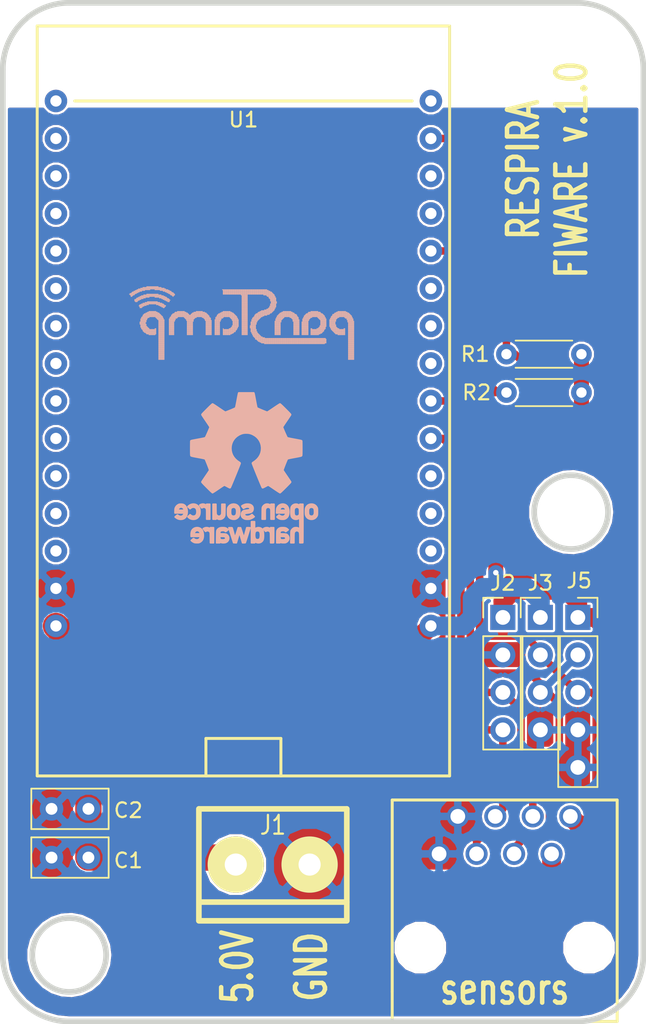
<source format=kicad_pcb>
(kicad_pcb (version 20171130) (host pcbnew 5.0.2-bee76a0~70~ubuntu18.04.1)
  (title_block (title "RESPIRA Fiware board") (date 2019-08-19) (rev 1.0))
  (layers (0 Front signal) (1 Ground power) (2 Power power) (31 Back signal) (34 B.Paste user) (35 F.Paste user) (36 B.SilkS user) (37 F.SilkS user) (38 B.Mask user) (39 F.Mask user) (44 Edge.Cuts user))
  (net 0 "")
  (net 1 +5V)
  (net 2 GND)
  (net 3 +3V3)
  (net 4 "Net-(U1-Pad4)")
  (net 5 /RXD2)
  (net 6 /TXD2)
  (net 7 /I2C_SCL)
  (net 8 /I2C_SDA)
  (net 9 "Net-(U1-Pad1)")
  (net 10 "Net-(U1-Pad2)")
  (net 11 "Net-(U1-Pad3)")
  (net 12 "Net-(U1-Pad5)")
  (net 13 "Net-(U1-Pad6)")
  (net 14 "Net-(U1-Pad7)")
  (net 15 "Net-(U1-Pad8)")
  (net 16 "Net-(U1-Pad9)")
  (net 17 "Net-(U1-Pad10)")
  (net 18 "Net-(U1-Pad11)")
  (net 19 "Net-(U1-Pad12)")
  (net 20 "Net-(U1-Pad13)")
  (net 21 "Net-(U1-Pad18)")
  (net 22 "Net-(U1-Pad19)")
  (net 23 "Net-(U1-Pad20)")
  (net 24 "Net-(U1-Pad23)")
  (net 25 "Net-(U1-Pad24)")
  (net 26 "Net-(U1-Pad25)")
  (net 27 /RXD0)
  (net 28 /TXD0)
  (net 29 "Net-(U1-Pad30)")
  (net 30 "Net-(J3-Pad1)")
  (module mymods:PANSTAMPLOGO (layer Back) (at 92.7 69.9 180)
    (fp_text reference G*** hide)
    (fp_text value PANSTAMPLOGO hide)
  )
  (module myconnectors:terminal_block_5mm_2P (layer Front) (at 87.2 109.4)
    (fp_text reference J1 (at 0 -2.7) (layer F.SilkS) (effects (font (size 1.27 1.016) (thickness 0.1524))))
    (fp_text value "DC PWR" hide)
    (pad 1 thru_hole circle (at -2.51714 -0.0254) (size 3.81 3.81) (drill 1.4986) (layers *.Cu *.Mask F.SilkS) (net 1 +5V))
    (pad 2 thru_hole circle (at 2.48412 -0.0254) (size 3.81 3.81) (drill 1.4986) (layers *.Cu *.Mask F.SilkS) (net 2 GND))
  )
  (module Capacitor_THT:C_Disc_D5.0mm_W2.5mm_P2.50mm (layer Front) (at 74.7 108.9 180)
    (fp_text reference C1 (at -2.7 -0.2 180) (layer F.SilkS))
    (fp_text value 1u)
    (pad 1 thru_hole circle (at 0 0 180) (size 1.6 1.6) (drill 0.8) (layers *.Cu *.Mask) (net 1 +5V))
    (pad 2 thru_hole circle (at 2.5 0 180) (size 1.6 1.6) (drill 0.8) (layers *.Cu *.Mask) (net 2 GND))
  )
  (module Capacitor_THT:C_Disc_D5.0mm_W2.5mm_P2.50mm (layer Front) (at 74.7 105.6 180)
    (fp_text reference C2 (at -2.7 -0.1 180) (layer F.SilkS))
    (fp_text value 100n)
    (pad 2 thru_hole circle (at 2.5 0 180) (size 1.6 1.6) (drill 0.8) (layers *.Cu *.Mask) (net 2 GND))
    (pad 1 thru_hole circle (at 0 0 180) (size 1.6 1.6) (drill 0.8) (layers *.Cu *.Mask) (net 1 +5V))
  )
  (module Connector_PinHeader_2.54mm:PinHeader_1x04_P2.54mm_Vertical (layer Front) (at 102.776248 92.632448)
    (fp_text reference J2 (at 0 -2.33) (layer F.SilkS))
    (fp_text value ES1-NO2)
    (pad 4 thru_hole oval (at 0 7.62) (size 1.7 1.7) (drill 1) (layers *.Cu *.Mask) (net 5 /RXD2))
    (pad 3 thru_hole oval (at 0 5.08) (size 1.7 1.7) (drill 1) (layers *.Cu *.Mask) (net 6 /TXD2))
    (pad 2 thru_hole oval (at 0 2.54) (size 1.7 1.7) (drill 1) (layers *.Cu *.Mask) (net 2 GND))
    (pad 1 thru_hole rect (at 0 0) (size 1.7 1.7) (drill 1) (layers *.Cu *.Mask) (net 1 +5V))
  )
  (module Connector_PinHeader_2.54mm:PinHeader_1x04_P2.54mm_Vertical (layer Front) (at 105.316248 92.632448)
    (fp_text reference J3 (at 0 -2.33) (layer F.SilkS))
    (fp_text value SI7021)
    (pad 1 thru_hole rect (at 0 0) (size 1.7 1.7) (drill 1) (layers *.Cu *.Mask) (net 30 "Net-(J3-Pad1)"))
    (pad 2 thru_hole oval (at 0 2.54) (size 1.7 1.7) (drill 1) (layers *.Cu *.Mask) (net 7 /I2C_SCL))
    (pad 3 thru_hole oval (at 0 5.08) (size 1.7 1.7) (drill 1) (layers *.Cu *.Mask) (net 8 /I2C_SDA))
    (pad 4 thru_hole oval (at 0 7.62) (size 1.7 1.7) (drill 1) (layers *.Cu *.Mask) (net 2 GND))
  )
  (module myconnectors:RJ45-8-vert (layer Front) (at 102.9 115)
    (fp_text reference J4)
    (fp_text value RJ45)
    (pad Hole np_thru_hole circle (at -5.715 0) (size 3.19786 3.19786) (drill 3.19786) (layers *.Cu *.Mask F.SilkS))
    (pad Hole np_thru_hole circle (at 5.715 0) (size 3.19786 3.19786) (drill 3.19786) (layers *.Cu *.Mask F.SilkS))
    (pad 8 thru_hole oval (at 4.445 -8.89) (size 1.49606 1.49606) (drill 0.99822) (layers *.Cu *.Mask) (net 1 +5V))
    (pad 7 thru_hole oval (at 3.175 -6.35) (size 1.49606 1.49606) (drill 0.99822) (layers *.Cu *.Mask) (net 3 +3V3))
    (pad 6 thru_hole oval (at 1.905 -8.89) (size 1.49606 1.49606) (drill 0.99822) (layers *.Cu *.Mask) (net 8 /I2C_SDA))
    (pad 4 thru_hole oval (at -0.635 -8.89) (size 1.49606 1.49606) (drill 0.99822) (layers *.Cu *.Mask) (net 5 /RXD2))
    (pad 2 thru_hole oval (at -3.175 -8.89) (size 1.49606 1.49606) (drill 0.99822) (layers *.Cu *.Mask) (net 2 GND))
    (pad 5 thru_hole oval (at 0.635 -6.35) (size 1.49606 1.49606) (drill 0.99822) (layers *.Cu *.Mask) (net 7 /I2C_SCL))
    (pad 3 thru_hole oval (at -1.905 -6.35) (size 1.49606 1.49606) (drill 0.99822) (layers *.Cu *.Mask) (net 6 /TXD2))
    (pad 1 thru_hole oval (at -4.445 -6.35) (size 1.49606 1.49606) (drill 0.99822) (layers *.Cu *.Mask) (net 2 GND))
  )
  (module Connector_PinSocket_2.54mm:PinSocket_1x05_P2.54mm_Vertical (layer Front) (at 107.856248 92.632448)
    (fp_text reference J5 (at 0.0884 -2.4878) (layer F.SilkS))
    (fp_text value SPS30)
    (pad 1 thru_hole rect (at 0 0) (size 1.7 1.7) (drill 1) (layers *.Cu *.Mask) (net 1 +5V))
    (pad 2 thru_hole oval (at 0 2.54) (size 1.7 1.7) (drill 1) (layers *.Cu *.Mask) (net 8 /I2C_SDA))
    (pad 3 thru_hole oval (at 0 5.08) (size 1.7 1.7) (drill 1) (layers *.Cu *.Mask) (net 7 /I2C_SCL))
    (pad 4 thru_hole oval (at 0 7.62) (size 1.7 1.7) (drill 1) (layers *.Cu *.Mask) (net 2 GND))
    (pad 5 thru_hole oval (at 0 10.16) (size 1.7 1.7) (drill 1) (layers *.Cu *.Mask) (net 2 GND))
  )
  (module Resistor_THT:R_Axial_DIN0204_L3.6mm_D1.6mm_P5.08mm_Horizontal (layer Front) (at 108.1 74.8 180)
    (fp_text reference R1 (at 7.2 0 180) (layer F.SilkS))
    (fp_text value 10k)
    (pad 1 thru_hole circle (at 0 0 180) (size 1.4 1.4) (drill 0.7) (layers *.Cu *.Mask) (net 3 +3V3))
    (pad 2 thru_hole oval (at 5.08 0 180) (size 1.4 1.4) (drill 0.7) (layers *.Cu *.Mask) (net 7 /I2C_SCL))
  )
  (module Resistor_THT:R_Axial_DIN0204_L3.6mm_D1.6mm_P5.08mm_Horizontal (layer Front) (at 108.1 77.4 180)
    (fp_text reference R2 (at 7.1 0 180) (layer F.SilkS))
    (fp_text value 10k)
    (pad 2 thru_hole oval (at 5.08 0 180) (size 1.4 1.4) (drill 0.7) (layers *.Cu *.Mask) (net 8 /I2C_SDA))
    (pad 1 thru_hole circle (at 0 0 180) (size 1.4 1.4) (drill 0.7) (layers *.Cu *.Mask) (net 3 +3V3))
  )
  (module mymods:ESP32-NODEMCU (layer Front) (at 85.2 76.7)
    (fp_text reference U1 (at 0 -17.78) (layer F.SilkS))
    (fp_text value ESP32-NODEMCU)
    (pad 1 thru_hole circle (at -12.7 -19.05) (size 1.524 1.524) (drill 0.762) (layers *.Cu *.Mask) (net 9 "Net-(U1-Pad1)"))
    (pad 2 thru_hole circle (at -12.7 -16.51) (size 1.524 1.524) (drill 0.762) (layers *.Cu *.Mask) (net 10 "Net-(U1-Pad2)"))
    (pad 3 thru_hole circle (at -12.7 -13.97) (size 1.524 1.524) (drill 0.762) (layers *.Cu *.Mask) (net 11 "Net-(U1-Pad3)"))
    (pad 4 thru_hole circle (at -12.7 -11.43) (size 1.524 1.524) (drill 0.762) (layers *.Cu *.Mask) (net 4 "Net-(U1-Pad4)"))
    (pad 5 thru_hole circle (at -12.7 -8.89) (size 1.524 1.524) (drill 0.762) (layers *.Cu *.Mask) (net 12 "Net-(U1-Pad5)"))
    (pad 6 thru_hole circle (at -12.7 -6.35) (size 1.524 1.524) (drill 0.762) (layers *.Cu *.Mask) (net 13 "Net-(U1-Pad6)"))
    (pad 7 thru_hole circle (at -12.7 -3.81) (size 1.524 1.524) (drill 0.762) (layers *.Cu *.Mask) (net 14 "Net-(U1-Pad7)"))
    (pad 8 thru_hole circle (at -12.7 -1.27) (size 1.524 1.524) (drill 0.762) (layers *.Cu *.Mask) (net 15 "Net-(U1-Pad8)"))
    (pad 9 thru_hole circle (at -12.7 1.27) (size 1.524 1.524) (drill 0.762) (layers *.Cu *.Mask) (net 16 "Net-(U1-Pad9)"))
    (pad 10 thru_hole circle (at -12.7 3.81) (size 1.524 1.524) (drill 0.762) (layers *.Cu *.Mask) (net 17 "Net-(U1-Pad10)"))
    (pad 11 thru_hole circle (at -12.7 6.35) (size 1.524 1.524) (drill 0.762) (layers *.Cu *.Mask) (net 18 "Net-(U1-Pad11)"))
    (pad 12 thru_hole circle (at -12.7 8.89) (size 1.524 1.524) (drill 0.762) (layers *.Cu *.Mask) (net 19 "Net-(U1-Pad12)"))
    (pad 13 thru_hole circle (at -12.7 11.43) (size 1.524 1.524) (drill 0.762) (layers *.Cu *.Mask) (net 20 "Net-(U1-Pad13)"))
    (pad 14 thru_hole circle (at -12.7 13.97) (size 1.524 1.524) (drill 0.762) (layers *.Cu *.Mask) (net 2 GND))
    (pad 15 thru_hole circle (at -12.7 16.51) (size 1.524 1.524) (drill 0.762) (layers *.Cu *.Mask) (net 1 +5V))
    (pad 16 thru_hole circle (at 12.7 16.51) (size 1.524 1.524) (drill 0.762) (layers *.Cu *.Mask) (net 3 +3V3))
    (pad 17 thru_hole circle (at 12.7 13.97) (size 1.524 1.524) (drill 0.762) (layers *.Cu *.Mask) (net 2 GND))
    (pad 18 thru_hole circle (at 12.7 11.43) (size 1.524 1.524) (drill 0.762) (layers *.Cu *.Mask) (net 21 "Net-(U1-Pad18)"))
    (pad 19 thru_hole circle (at 12.7 8.89) (size 1.524 1.524) (drill 0.762) (layers *.Cu *.Mask) (net 22 "Net-(U1-Pad19)"))
    (pad 20 thru_hole circle (at 12.7 6.35) (size 1.524 1.524) (drill 0.762) (layers *.Cu *.Mask) (net 23 "Net-(U1-Pad20)"))
    (pad 21 thru_hole circle (at 12.7 3.81) (size 1.524 1.524) (drill 0.762) (layers *.Cu *.Mask) (net 5 /RXD2))
    (pad 22 thru_hole circle (at 12.7 1.27) (size 1.524 1.524) (drill 0.762) (layers *.Cu *.Mask) (net 6 /TXD2))
    (pad 23 thru_hole circle (at 12.7 -1.27) (size 1.524 1.524) (drill 0.762) (layers *.Cu *.Mask) (net 24 "Net-(U1-Pad23)"))
    (pad 24 thru_hole circle (at 12.7 -3.81) (size 1.524 1.524) (drill 0.762) (layers *.Cu *.Mask) (net 25 "Net-(U1-Pad24)"))
    (pad 25 thru_hole circle (at 12.7 -6.35) (size 1.524 1.524) (drill 0.762) (layers *.Cu *.Mask) (net 26 "Net-(U1-Pad25)"))
    (pad 26 thru_hole circle (at 12.7 -8.89) (size 1.524 1.524) (drill 0.762) (layers *.Cu *.Mask) (net 8 /I2C_SDA))
    (pad 27 thru_hole circle (at 12.7 -11.43) (size 1.524 1.524) (drill 0.762) (layers *.Cu *.Mask) (net 27 /RXD0))
    (pad 28 thru_hole circle (at 12.7 -13.97) (size 1.524 1.524) (drill 0.762) (layers *.Cu *.Mask) (net 28 /TXD0))
    (pad 29 thru_hole circle (at 12.7 -16.51) (size 1.524 1.524) (drill 0.762) (layers *.Cu *.Mask) (net 7 /I2C_SCL))
    (pad 30 thru_hole circle (at 12.7 -19.05) (size 1.524 1.524) (drill 0.762) (layers *.Cu *.Mask) (net 29 "Net-(U1-Pad30)"))
  )
  (module mysmd:oshlogo (layer Back) (at 85.4 82.5 180)
    (fp_text reference G*** hide)
    (fp_text value LOGO hide)
  )
  (gr_line (start 73.4 120) (end 107.9 120) (layer Edge.Cuts) (width 0.381))
  (gr_line (start 73.4 51) (end 107.8 51) (layer Edge.Cuts) (width 0.381))
  (gr_text sensors (at 102.9 117.8) (layer F.SilkS) (effects (font (size 2.032 1.524) (thickness 0.3048))))
  (gr_line (start 112.3 115.6) (end 112.3 55.5) (layer Edge.Cuts) (width 0.381))
  (gr_arc (start 107.8 115.5) (end 107.8 120) (angle -90) (layer Edge.Cuts) (width 0.381))
  (gr_arc (start 107.8 55.5) (end 112.3 55.5) (angle -90) (layer Edge.Cuts) (width 0.381))
  (gr_arc (start 73.4 55.5) (end 73.4 51) (angle -90) (layer Edge.Cuts) (width 0.381))
  (gr_arc (start 73.4 115.5) (end 68.9 115.5) (angle -90) (layer Edge.Cuts) (width 0.381))
  (gr_line (start 68.9 55.5) (end 68.9 115.5) (layer Edge.Cuts) (width 0.381))
  (gr_circle (center 73.4 115.5) (end 75.9 115.5) (layer Edge.Cuts) (width 0.381))
  (gr_circle (center 107.4 85.5) (end 109.9 85.5) (layer Edge.Cuts) (width 0.381))
  (gr_text GND (at 89.8 116.3 90) (layer F.SilkS) (effects (font (size 2.032 1.524) (thickness 0.3048))))
  (gr_text 5.0V (at 84.8 116.3 90) (layer F.SilkS) (effects (font (size 2.032 1.524) (thickness 0.3048))))
  (gr_text "RESPIRA\nFIWARE v.1.0" (at 105.8 62.3 90) (layer F.SilkS) (effects (font (size 2.032 1.524) (thickness 0.3048))))
  (segment (start 74.7 108.9) (end 74.7 105.6) (width 1.778) (layer Front) (net 1))
  (segment (start 93.9 103.7) (end 94.7 104.5) (width 1.27) (layer Front) (net 1))
  (segment (start 94.7 104.5) (end 94.7 111.1) (width 1.27) (layer Front) (net 1))
  (segment (start 94.7 111.1) (end 95.7 112.1) (width 1.27) (layer Front) (net 1))
  (segment (start 95.7 112.1) (end 107.4 112.1) (width 1.27) (layer Front) (net 1))
  (segment (start 107.4 112.1) (end 108.1 111.4) (width 1.27) (layer Front) (net 1))
  (segment (start 108.1 106.865) (end 107.345 106.11) (width 1.27) (layer Front) (net 1))
  (segment (start 108.1 107.6) (end 108.1 107.3) (width 1.27) (layer Front) (net 1))
  (segment (start 108.1 107.6) (end 108.1 106.865) (width 1.27) (layer Front) (net 1))
  (segment (start 108.1 110.3) (end 108.1 107.6) (width 1.27) (layer Front) (net 1))
  (segment (start 108.1 111.4) (end 108.1 110.3) (width 1.27) (layer Front) (net 1))
  (segment (start 102.776248 92.632448) (end 102.776248 91.523752) (width 1.27) (layer Front) (net 1))
  (segment (start 102.776248 91.523752) (end 103.5 90.8) (width 1.27) (layer Front) (net 1))
  (segment (start 103.5 90.8) (end 107.1 90.8) (width 1.27) (layer Front) (net 1))
  (segment (start 107.856248 91.556248) (end 107.856248 92.632448) (width 1.27) (layer Front) (net 1))
  (segment (start 107.1 90.8) (end 107.856248 91.556248) (width 1.27) (layer Front) (net 1))
  (segment (start 108.1 107.1) (end 108.1 110.3) (width 1.27) (layer Front) (net 1))
  (segment (start 110.3 93.9) (end 110.3 105.7) (width 1.27) (layer Front) (net 1))
  (segment (start 107.856248 92.632448) (end 109.032448 92.632448) (width 1.27) (layer Front) (net 1))
  (segment (start 110.3 105.7) (end 109.6 106.4) (width 1.27) (layer Front) (net 1))
  (segment (start 108.8 106.4) (end 108.1 107.1) (width 1.27) (layer Front) (net 1))
  (segment (start 109.032448 92.632448) (end 110.3 93.9) (width 1.27) (layer Front) (net 1))
  (segment (start 109.6 106.4) (end 108.8 106.4) (width 1.27) (layer Front) (net 1))
  (segment (start 74.7 95.41) (end 72.5 93.21) (width 1.778) (layer Front) (net 1))
  (segment (start 74.8 103.7) (end 74.7 103.8) (width 1.27) (layer Front) (net 1))
  (segment (start 93.9 103.7) (end 74.8 103.7) (width 1.27) (layer Front) (net 1))
  (segment (start 74.7 105.6) (end 74.7 103.8) (width 1.778) (layer Front) (net 1))
  (segment (start 74.7 103.8) (end 74.7 95.41) (width 1.778) (layer Front) (net 1))
  (segment (start 84.20826 108.9) (end 84.68286 109.3746) (width 1.778) (layer Front) (net 1))
  (segment (start 74.7 108.9) (end 84.20826 108.9) (width 1.778) (layer Front) (net 1))
  (segment (start 97.9 93.21) (end 97.89 93.21) (width 1.27) (layer Front) (net 3))
  (segment (start 97.89 93.21) (end 96.3 94.8) (width 1.27) (layer Front) (net 3))
  (segment (start 96.3 94.8) (end 96.3 109.8) (width 1.27) (layer Front) (net 3))
  (segment (start 96.3 109.8) (end 97 110.5) (width 1.27) (layer Front) (net 3))
  (segment (start 97 110.5) (end 105.3 110.5) (width 1.27) (layer Front) (net 3))
  (segment (start 106.075 109.725) (end 106.075 108.65) (width 1.27) (layer Front) (net 3))
  (segment (start 105.3 110.5) (end 106.075 109.725) (width 1.27) (layer Front) (net 3))
  (segment (start 97.9 93.21) (end 100.09 93.21) (width 1.27) (layer Back) (net 3))
  (segment (start 100.09 93.21) (end 100.7 92.6) (width 1.27) (layer Back) (net 3))
  (segment (start 100.7 92.6) (end 100.7 91.3) (width 1.27) (layer Back) (net 3))
  (segment (start 100.7 91.3) (end 101.4 90.6) (width 1.27) (layer Back) (net 3))
  (segment (start 105.316248 91.516248) (end 105.316248 92.632448) (width 1.27) (layer Back) (net 3))
  (segment (start 104.4 90.6) (end 105.316248 91.516248) (width 1.27) (layer Back) (net 3))
  (via (at 102.3 89.6) (size 0.8763) (drill 0.3683) (layers Front Back) (net 3))
  (segment (start 102.3 90.6) (end 102.3 89.6) (width 1.016) (layer Back) (net 3))
  (segment (start 102.3 90.6) (end 104.4 90.6) (width 1.27) (layer Back) (net 3))
  (segment (start 101.4 90.6) (end 102.3 90.6) (width 1.27) (layer Back) (net 3))
  (segment (start 102.3 89.6) (end 102.3 80.9) (width 1.016) (layer Front) (net 3))
  (segment (start 102.3 80.9) (end 102.9 80.3) (width 1.016) (layer Front) (net 3))
  (segment (start 102.9 80.3) (end 107.3 80.3) (width 1.016) (layer Front) (net 3))
  (segment (start 108.1 79.5) (end 108.1 77.4) (width 1.016) (layer Front) (net 3))
  (segment (start 107.3 80.3) (end 108.1 79.5) (width 1.016) (layer Front) (net 3))
  (segment (start 108.1 77.4) (end 108.1 74.8) (width 1.016) (layer Front) (net 3))
  (segment (start 97.9 80.51) (end 98.71 80.51) (width 0.508) (layer Front) (net 5))
  (segment (start 98.71 80.51) (end 99.3 81.1) (width 0.508) (layer Front) (net 5))
  (segment (start 99.3 81.1) (end 99.3 99.8) (width 0.508) (layer Front) (net 5))
  (segment (start 99.752448 100.252448) (end 102.776248 100.252448) (width 0.508) (layer Front) (net 5))
  (segment (start 99.3 99.8) (end 99.752448 100.252448) (width 0.508) (layer Front) (net 5))
  (segment (start 102.776248 105.598752) (end 102.265 106.11) (width 0.508) (layer Front) (net 5))
  (segment (start 102.776248 100.252448) (end 102.776248 105.598752) (width 0.508) (layer Front) (net 5))
  (segment (start 99.47 77.97) (end 97.9 77.97) (width 0.508) (layer Front) (net 6))
  (segment (start 99.93501 97.33501) (end 99.93501 78.43501) (width 0.508) (layer Front) (net 6))
  (segment (start 102.776248 97.712448) (end 100.312448 97.712448) (width 0.508) (layer Front) (net 6))
  (segment (start 99.93501 78.43501) (end 99.47 77.97) (width 0.508) (layer Front) (net 6))
  (segment (start 100.312448 97.712448) (end 99.93501 97.33501) (width 0.508) (layer Front) (net 6))
  (segment (start 102.776248 97.712448) (end 102.812448 97.712448) (width 0.508) (layer Front) (net 6))
  (segment (start 104.007249 98.907249) (end 104.007249 100.892751) (width 0.508) (layer Front) (net 6))
  (segment (start 102.812448 97.712448) (end 104.007249 98.907249) (width 0.508) (layer Front) (net 6))
  (segment (start 104.007249 100.892751) (end 104 100.9) (width 0.508) (layer Front) (net 6))
  (segment (start 104 100.9) (end 104 103) (width 0.508) (layer Front) (net 6))
  (segment (start 104 103) (end 103.5 103.5) (width 0.508) (layer Front) (net 6))
  (segment (start 103.5 103.5) (end 103.5 107) (width 0.508) (layer Front) (net 6))
  (segment (start 103.5 107) (end 103.1 107.4) (width 0.508) (layer Front) (net 6))
  (segment (start 103.1 107.4) (end 101.4 107.4) (width 0.508) (layer Front) (net 6))
  (segment (start 100.995 107.805) (end 100.995 108.65) (width 0.508) (layer Front) (net 6))
  (segment (start 101.4 107.4) (end 100.995 107.805) (width 0.508) (layer Front) (net 6))
  (segment (start 105.316248 95.172448) (end 107.856248 97.712448) (width 0.508) (layer Front) (net 7))
  (segment (start 103.02 74.8) (end 103.02 60.82) (width 0.508) (layer Front) (net 7))
  (segment (start 102.39 60.19) (end 97.9 60.19) (width 0.508) (layer Front) (net 7))
  (segment (start 103.02 60.82) (end 102.39 60.19) (width 0.508) (layer Front) (net 7))
  (segment (start 105.316248 95.172448) (end 105.316248 94.916248) (width 0.508) (layer Front) (net 7))
  (segment (start 105.316248 94.916248) (end 104.3 93.9) (width 0.508) (layer Front) (net 7))
  (segment (start 101.6 93.9) (end 101.20503 93.50503) (width 0.508) (layer Front) (net 7))
  (segment (start 104.3 93.9) (end 101.6 93.9) (width 0.508) (layer Front) (net 7))
  (segment (start 101.20503 93.50503) (end 101.20503 79.69497) (width 0.508) (layer Front) (net 7))
  (segment (start 101.20503 79.69497) (end 101.8 79.1) (width 0.508) (layer Front) (net 7))
  (segment (start 101.8 79.1) (end 103.7 79.1) (width 0.508) (layer Front) (net 7))
  (segment (start 103.7 79.1) (end 104.2 78.6) (width 0.508) (layer Front) (net 7))
  (segment (start 104.2 78.6) (end 104.2 75.4) (width 0.508) (layer Front) (net 7))
  (segment (start 103.6 74.8) (end 103.02 74.8) (width 0.508) (layer Front) (net 7))
  (segment (start 104.2 75.4) (end 103.6 74.8) (width 0.508) (layer Front) (net 7))
  (segment (start 107.856248 97.712448) (end 108.812448 97.712448) (width 0.508) (layer Front) (net 7))
  (segment (start 108.812448 97.712448) (end 109.1 98) (width 0.508) (layer Front) (net 7))
  (segment (start 109.087249 102.912751) (end 109.087249 104.212751) (width 0.508) (layer Front) (net 7))
  (segment (start 109.1 98) (end 109.1 102.9) (width 0.508) (layer Front) (net 7))
  (segment (start 109.1 102.9) (end 109.087249 102.912751) (width 0.508) (layer Front) (net 7))
  (segment (start 109.087249 104.212751) (end 108.6 104.7) (width 0.508) (layer Front) (net 7))
  (segment (start 108.6 104.7) (end 106.4 104.7) (width 0.508) (layer Front) (net 7))
  (segment (start 105.934031 105.165969) (end 105.934031 107.065969) (width 0.508) (layer Front) (net 7))
  (segment (start 106.4 104.7) (end 105.934031 105.165969) (width 0.508) (layer Front) (net 7))
  (segment (start 105.934031 107.065969) (end 105.6 107.4) (width 0.508) (layer Front) (net 7))
  (segment (start 103.535 108.265) (end 103.535 108.65) (width 0.508) (layer Front) (net 7))
  (segment (start 104.4 107.4) (end 103.535 108.265) (width 0.508) (layer Front) (net 7))
  (segment (start 105.6 107.4) (end 104.4 107.4) (width 0.508) (layer Front) (net 7))
  (segment (start 107.856248 95.172448) (end 105.316248 97.712448) (width 0.508) (layer Back) (net 8))
  (segment (start 103.02 77.4) (end 102.4 77.4) (width 0.508) (layer Front) (net 8))
  (segment (start 102.4 77.4) (end 101.7 76.7) (width 0.508) (layer Front) (net 8))
  (segment (start 101.7 76.7) (end 101.7 68.4) (width 0.508) (layer Front) (net 8))
  (segment (start 101.11 67.81) (end 97.9 67.81) (width 0.508) (layer Front) (net 8))
  (segment (start 101.7 68.4) (end 101.11 67.81) (width 0.508) (layer Front) (net 8))
  (segment (start 101.1 77.4) (end 103.02 77.4) (width 0.508) (layer Front) (net 8))
  (segment (start 105.316248 97.116248) (end 104.603449 96.403449) (width 0.508) (layer Front) (net 8))
  (segment (start 104.603449 96.403449) (end 100.903449 96.403449) (width 0.508) (layer Front) (net 8))
  (segment (start 100.903449 96.403449) (end 100.57002 96.07002) (width 0.508) (layer Front) (net 8))
  (segment (start 105.316248 97.712448) (end 105.316248 97.116248) (width 0.508) (layer Front) (net 8))
  (segment (start 100.57002 96.07002) (end 100.57002 77.92998) (width 0.508) (layer Front) (net 8))
  (segment (start 100.57002 77.92998) (end 101.1 77.4) (width 0.508) (layer Front) (net 8))
  (segment (start 104.805 102.395) (end 104.805 106.11) (width 0.508) (layer Front) (net 8))
  (segment (start 105.4 101.8) (end 104.805 102.395) (width 0.508) (layer Front) (net 8))
  (segment (start 105.812448 97.712448) (end 106.6 98.5) (width 0.508) (layer Front) (net 8))
  (segment (start 106.6 98.5) (end 106.6 101.3) (width 0.508) (layer Front) (net 8))
  (segment (start 105.316248 97.712448) (end 105.812448 97.712448) (width 0.508) (layer Front) (net 8))
  (segment (start 106.6 101.3) (end 106.1 101.8) (width 0.508) (layer Front) (net 8))
  (segment (start 106.1 101.8) (end 105.4 101.8) (width 0.508) (layer Front) (net 8))
  (zone (net 2) (net_name GND) (layer Back) (connect_pads (clearance 0.1524)) (min_thickness 0.254) (fill yes (arc_segments 16) (thermal_gap 0.508) (thermal_bridge_width 0.508))
    (polygon (pts (xy 68.9 58.1) (xy 112.2 58.1) (xy 112.2 119.9) (xy 68.9 119.9)))
  )
  (zone (net 2) (net_name GND) (layer Front) (connect_pads yes (clearance 0.1524)) (min_thickness 0.254) (fill yes (arc_segments 16) (thermal_gap 0.508) (thermal_bridge_width 0.508))
    (polygon (pts (xy 68.9 58.1) (xy 112.3 58.1) (xy 112.3 119.8) (xy 69 119.8)))
  )
)
</source>
